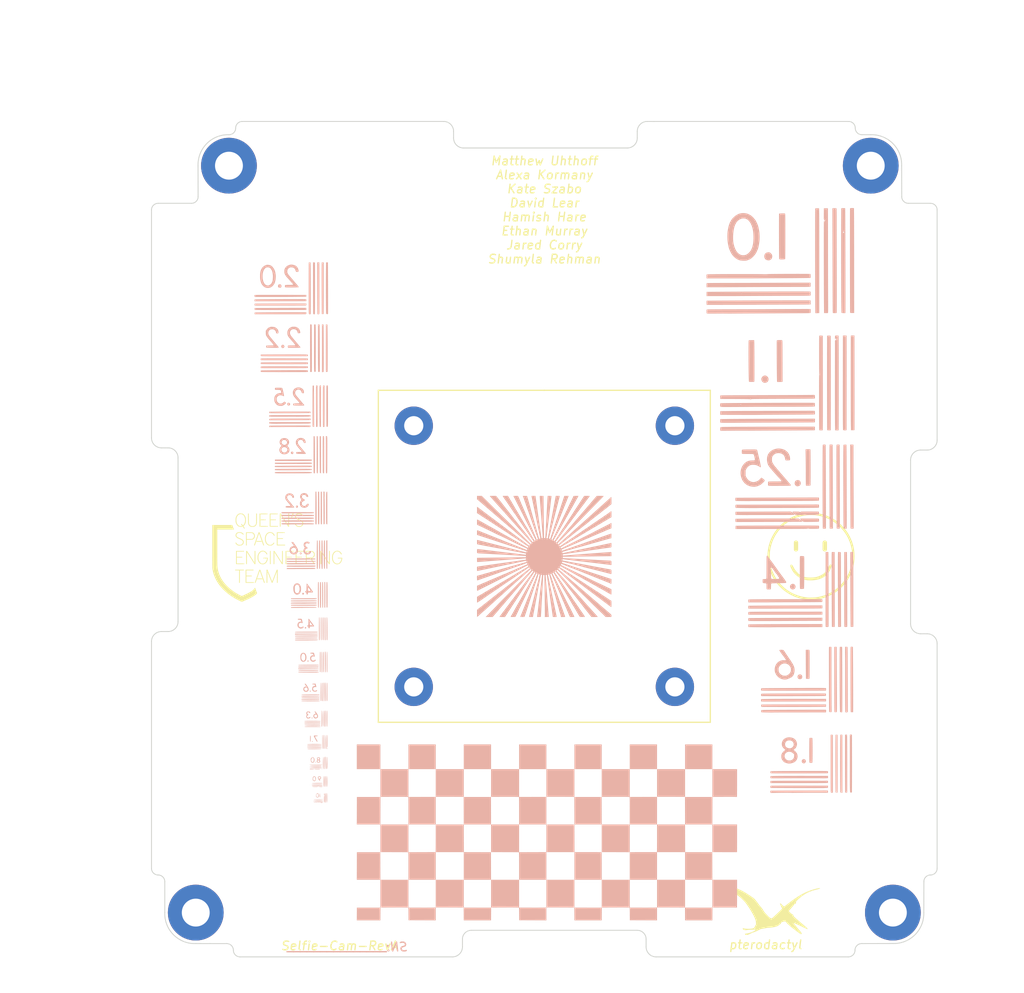
<source format=kicad_pcb>
(kicad_pcb (version 20211014) (generator pcbnew)
  (layers (0 "F.Cu" signal) (31 "B.Cu" signal) (34 "B.Paste" user) (35 "F.Paste" user) (36 "B.SilkS" user "B.Silkscreen") (37 "F.SilkS" user "F.Silkscreen") (38 "B.Mask" user) (39 "F.Mask" user) (44 "Edge.Cuts" user))
  (net 0 "")
  (footprint "MountingHole:MountingHole_3.2mm_M3_Pad_TopBottom" (layer "F.Cu") (at 191.77 52.07)
    (fp_text reference "H2")
    (fp_text value "MountingHole_Pad")
    (pad "1" connect circle locked (at 0 0) (size 6.4 6.4) (layers "B.Cu" "B.Mask"))
    (pad "1" connect circle locked (at 0 0) (size 6.4 6.4) (layers "F.Cu" "F.Mask"))
    (pad "1" thru_hole circle locked (at 0 0) (size 3.6 3.6) (drill 3.2) (layers *.Cu *.Mask))
  )
  (footprint "LOGO" (layer "F.Cu") (at 123.698 96.901)
    (fp_text reference "G***")
    (fp_text value "LOGO" hide)
  )
  (footprint "LOGO" (layer "F.Cu") (at 184.912 96.901)
    (fp_text reference "G***")
    (fp_text value "LOGO" hide)
  )
  (footprint "MountingHole:MountingHole_2.2mm_M2_Pad_TopBottom" (layer "F.Cu") (at 169.291 111.887)
    (fp_text reference "H8")
    (fp_text value "MountingHole_Pad")
    (pad "1" thru_hole circle (at 0 0) (size 2.6 2.6) (drill 2.2) (layers *.Cu *.Mask))
    (pad "1" connect circle (at 0 0) (size 4.4 4.4) (layers "F.Cu" "F.Mask"))
    (pad "1" connect circle (at 0 0) (size 4.4 4.4) (layers "B.Cu" "B.Mask"))
  )
  (footprint "LOGO" (layer "F.Cu") (at 179.959 137.414)
    (fp_text reference "G***")
    (fp_text value "LOGO" hide)
  )
  (footprint "MountingHole:MountingHole_3.2mm_M3_Pad_TopBottom" (layer "F.Cu") (at 118.11 52.07)
    (fp_text reference "H1")
    (fp_text value "MountingHole_Pad")
    (pad "1" thru_hole circle locked (at 0 0) (size 3.6 3.6) (drill 3.2) (layers *.Cu *.Mask))
    (pad "1" connect circle locked (at 0 0) (size 6.4 6.4) (layers "F.Cu" "F.Mask"))
    (pad "1" connect circle locked (at 0 0) (size 6.4 6.4) (layers "B.Cu" "B.Mask"))
  )
  (footprint "MountingHole:MountingHole_3.2mm_M3_Pad_TopBottom" (layer "F.Cu") (at 114.3 137.795)
    (fp_text reference "H4")
    (fp_text value "MountingHole_Pad")
    (pad "1" connect circle locked (at 0 0) (size 6.4 6.4) (layers "F.Cu" "F.Mask"))
    (pad "1" connect circle locked (at 0 0) (size 6.4 6.4) (layers "B.Cu" "B.Mask"))
    (pad "1" thru_hole circle locked (at 0 0) (size 3.6 3.6) (drill 3.2) (layers *.Cu *.Mask))
  )
  (footprint "MountingHole:MountingHole_2.2mm_M2_Pad_TopBottom" (layer "F.Cu") (at 139.319 111.887)
    (fp_text reference "H7")
    (fp_text value "MountingHole_Pad")
    (pad "1" connect circle (at 0 0) (size 4.4 4.4) (layers "F.Cu" "F.Mask"))
    (pad "1" connect circle (at 0 0) (size 4.4 4.4) (layers "B.Cu" "B.Mask"))
    (pad "1" thru_hole circle (at 0 0) (size 2.6 2.6) (drill 2.2) (layers *.Cu *.Mask))
  )
  (footprint "MountingHole:MountingHole_2.2mm_M2_Pad_TopBottom" (layer "F.Cu") (at 169.291 81.915)
    (fp_text reference "H6")
    (fp_text value "MountingHole_Pad")
    (pad "1" connect circle (at 0 0) (size 4.4 4.4) (layers "B.Cu" "B.Mask"))
    (pad "1" connect circle (at 0 0) (size 4.4 4.4) (layers "F.Cu" "F.Mask"))
    (pad "1" thru_hole circle (at 0 0) (size 2.6 2.6) (drill 2.2) (layers *.Cu *.Mask))
  )
  (footprint "MountingHole:MountingHole_2.2mm_M2_Pad_TopBottom" (layer "F.Cu") (at 139.319 81.915)
    (fp_text reference "H5")
    (fp_text value "MountingHole_Pad")
    (pad "1" thru_hole circle (at 0 0) (size 2.6 2.6) (drill 2.2) (layers *.Cu *.Mask))
    (pad "1" connect circle (at 0 0) (size 4.4 4.4) (layers "F.Cu" "F.Mask"))
    (pad "1" connect circle (at 0 0) (size 4.4 4.4) (layers "B.Cu" "B.Mask"))
  )
  (footprint "MountingHole:MountingHole_3.2mm_M3_Pad_TopBottom" (layer "F.Cu") (at 194.31 137.795)
    (fp_text reference "H3")
    (fp_text value "MountingHole_Pad")
    (pad "1" thru_hole circle locked (at 0 0) (size 3.6 3.6) (drill 3.2) (layers *.Cu *.Mask))
    (pad "1" connect circle locked (at 0 0) (size 6.4 6.4) (layers "B.Cu" "B.Mask"))
    (pad "1" connect circle locked (at 0 0) (size 6.4 6.4) (layers "F.Cu" "F.Mask"))
  )
  (footprint "LOGO" (layer "F.Cu") (at 154.305 96.901)
    (fp_text reference "G***")
    (fp_text value "LOGO" hide)
  )
  (gr_line (start 135.255 115.951) (end 173.355 115.951) (layer "F.SilkS") (width 0.15))
  (gr_line (start 135.255 77.851) (end 135.255 115.951) (layer "F.SilkS") (width 0.15))
  (gr_line (start 173.355 77.851) (end 154.305 77.851) (layer "F.SilkS") (width 0.15))
  (gr_line (start 154.305 77.851) (end 135.255 77.851) (layer "F.SilkS") (width 0.15))
  (gr_line (start 173.355 115.951) (end 173.355 77.851) (layer "F.SilkS") (width 0.15))
  (gr_line locked (start 165.989 140.843) (end 165.989 141.732) (layer "Edge.Cuts") (width 0.1))
  (gr_arc locked (start 197.866 134.239) (mid 198.089185 133.700185) (end 198.628 133.477) (layer "Edge.Cuts") (width 0.1))
  (gr_line locked (start 115.951 141.351) (end 114.808 141.351) (layer "Edge.Cuts") (width 0.1))
  (gr_arc locked (start 109.22 106.68) (mid 109.554788 105.871788) (end 110.363 105.537) (layer "Edge.Cuts") (width 0.1))
  (gr_line (start 163.83 50.038) (end 145.034 50.038) (layer "Edge.Cuts") (width 0.1))
  (gr_line locked (start 117.856 141.351) (end 115.951 141.351) (layer "Edge.Cuts") (width 0.1))
  (gr_arc locked (start 119.38 142.875) (mid 118.841185 142.651815) (end 118.618 142.113) (layer "Edge.Cuts") (width 0.1))
  (gr_line locked (start 199.39 83.566) (end 199.39 57.15) (layer "Edge.Cuts") (width 0.1))
  (gr_arc locked (start 117.856 141.351) (mid 118.394815 141.574185) (end 118.618 142.113) (layer "Edge.Cuts") (width 0.1))
  (gr_arc locked (start 109.982 133.477) (mid 109.443185 133.253815) (end 109.22 132.715) (layer "Edge.Cuts") (width 0.1))
  (gr_line locked (start 114.563162 52.079162) (end 114.572324 55.626) (layer "Edge.Cuts") (width 0.1))
  (gr_line (start 166.116 46.99) (end 166.878 46.99) (layer "Edge.Cuts") (width 0.1))
  (gr_line (start 143.891 48.895) (end 143.891 48.133) (layer "Edge.Cuts") (width 0.1))
  (gr_arc (start 164.973 48.133) (mid 165.307777 47.324777) (end 166.116 46.99) (layer "Edge.Cuts") (width 0.1))
  (gr_line locked (start 190.754 48.514) (end 191.760838 48.514) (layer "Edge.Cuts") (width 0.1))
  (gr_arc locked (start 109.982 133.477) (mid 110.520815 133.700185) (end 110.744 134.239) (layer "Edge.Cuts") (width 0.1))
  (gr_arc locked (start 111.125 84.455) (mid 111.933223 84.789777) (end 112.268 85.598) (layer "Edge.Cuts") (width 0.1))
  (gr_line locked (start 144.907 140.843) (end 144.907 141.732) (layer "Edge.Cuts") (width 0.1))
  (gr_line locked (start 110.744 134.239) (end 110.744 137.795) (layer "Edge.Cuts") (width 0.1))
  (gr_arc locked (start 189.23 46.99) (mid 189.768815 47.213185) (end 189.992 47.752) (layer "Edge.Cuts") (width 0.1))
  (gr_arc locked (start 189.961185 142.113) (mid 190.195336 141.563183) (end 190.754 141.351) (layer "Edge.Cuts") (width 0.1))
  (gr_arc locked (start 190.754 48.514) (mid 190.215185 48.290815) (end 189.992 47.752) (layer "Edge.Cuts") (width 0.1))
  (gr_arc locked (start 199.39 83.566) (mid 199.055223 84.374223) (end 198.247 84.709) (layer "Edge.Cuts") (width 0.1))
  (gr_arc locked (start 198.628 56.388) (mid 199.166815 56.611185) (end 199.39 57.15) (layer "Edge.Cuts") (width 0.1))
  (gr_arc locked (start 114.563162 52.079162) (mid 115.569375 49.526778) (end 118.119162 48.514) (layer "Edge.Cuts") (width 0.1))
  (gr_arc locked (start 196.088 56.388) (mid 195.549185 56.164815) (end 195.326 55.626) (layer "Edge.Cuts") (width 0.1))
  (gr_line locked (start 196.088 56.388) (end 198.628 56.388) (layer "Edge.Cuts") (width 0.1))
  (gr_line locked (start 109.982 56.388) (end 113.810324 56.388) (layer "Edge.Cuts") (width 0.1))
  (gr_line locked (start 109.22 106.68) (end 109.22 132.715) (layer "Edge.Cuts") (width 0.1))
  (gr_line locked (start 190.754 141.351) (end 194.300839 141.341838) (layer "Edge.Cuts") (width 0.1))
  (gr_arc locked (start 197.856839 137.785838) (mid 196.850001 140.335) (end 194.300839 141.341838) (layer "Edge.Cuts") (width 0.1))
  (gr_arc locked (start 196.342 85.852) (mid 196.676777 85.043777) (end 197.485 84.709) (layer "Edge.Cuts") (width 0.1))
  (gr_arc locked (start 118.881162 47.752) (mid 119.104347 47.213185) (end 119.643162 46.99) (layer "Edge.Cuts") (width 0.1))
  (gr_line locked (start 166.878 46.99) (end 189.23 46.99) (layer "Edge.Cuts") (width 0.1))
  (gr_arc locked (start 114.3 141.351) (mid 111.750838 140.344161) (end 110.744 137.795) (layer "Edge.Cuts") (width 0.1))
  (gr_line (start 142.748 46.99) (end 119.643162 46.99) (layer "Edge.Cuts") (width 0.1))
  (gr_arc locked (start 167.132 142.875) (mid 166.323777 142.540223) (end 165.989 141.732) (layer "Edge.Cuts") (width 0.1))
  (gr_arc locked (start 197.485 105.791) (mid 196.676777 105.456223) (end 196.342 104.648) (layer "Edge.Cuts") (width 0.1))
  (gr_line locked (start 167.132 142.875) (end 189.199185 142.875) (layer "Edge.Cuts") (width 0.1))
  (gr_line locked (start 196.342 104.648) (end 196.342 85.852) (layer "Edge.Cuts") (width 0.1))
  (gr_line locked (start 199.39 132.715) (end 199.39 106.934) (layer "Edge.Cuts") (width 0.1))
  (gr_arc (start 142.748 46.99) (mid 143.556223 47.324777) (end 143.891 48.133) (layer "Edge.Cuts") (width 0.1))
  (gr_line locked (start 119.38 142.875) (end 143.764 142.875) (layer "Edge.Cuts") (width 0.1))
  (gr_arc (start 164.973 48.895) (mid 164.638223 49.703223) (end 163.83 50.038) (layer "Edge.Cuts") (width 0.1))
  (gr_line locked (start 110.363 84.455) (end 111.125 84.455) (layer "Edge.Cuts") (width 0.1))
  (gr_arc (start 145.034 50.038) (mid 144.225777 49.703223) (end 143.891 48.895) (layer "Edge.Cuts") (width 0.1))
  (gr_arc locked (start 109.22 57.15) (mid 109.443185 56.611185) (end 109.982 56.388) (layer "Edge.Cuts") (width 0.1))
  (gr_line locked (start 197.485 105.791) (end 198.247 105.791) (layer "Edge.Cuts") (width 0.1))
  (gr_arc locked (start 199.39 132.715) (mid 199.166815 133.253815) (end 198.628 133.477) (layer "Edge.Cuts") (width 0.1))
  (gr_line locked (start 145.923 139.827) (end 164.973 139.827) (layer "Edge.Cuts") (width 0.1))
  (gr_arc locked (start 144.907 140.843) (mid 145.20458 140.12458) (end 145.923 139.827) (layer "Edge.Cuts") (width 0.1))
  (gr_line (start 164.973 48.895) (end 164.973 48.133) (layer "Edge.Cuts") (width 0.1))
  (gr_arc locked (start 164.973 139.827) (mid 165.69142 140.12458) (end 165.989 140.843) (layer "Edge.Cuts") (width 0.1))
  (gr_arc locked (start 144.907 141.732) (mid 144.572223 142.540223) (end 143.764 142.875) (layer "Edge.Cuts") (width 0.1))
  (gr_arc locked (start 198.247 105.791) (mid 199.055223 106.125777) (end 199.39 106.934) (layer "Edge.Cuts") (width 0.1))
  (gr_arc locked (start 118.881162 47.752) (mid 118.657977 48.290815) (end 118.119162 48.514) (layer "Edge.Cuts") (width 0.1))
  (gr_line locked (start 197.485 84.709) (end 198.247 84.709) (layer "Edge.Cuts") (width 0.1))
  (gr_line locked (start 112.268 85.598) (end 112.268 104.394) (layer "Edge.Cuts") (width 0.1))
  (gr_arc locked (start 112.268 104.394) (mid 111.933215 105.202208) (end 111.125 105.537) (layer "Edge.Cuts") (width 0.1))
  (gr_arc locked (start 114.572324 55.626) (mid 114.349139 56.164815) (end 113.810324 56.388) (layer "Edge.Cuts") (width 0.1))
  (gr_line locked (start 109.22 57.15) (end 109.22 83.312) (layer "Edge.Cuts") (width 0.1))
  (gr_line locked (start 197.856839 137.785838) (end 197.866 134.239) (layer "Edge.Cuts") (width 0.1))
  (gr_line locked (start 114.808 141.351) (end 114.3 141.351) (layer "Edge.Cuts") (width 0.1))
  (gr_line locked (start 110.363 105.537) (end 111.125 105.537) (layer "Edge.Cuts") (width 0.1))
  (gr_arc locked (start 191.760838 48.514) (mid 194.310625 49.526777) (end 195.316838 52.079162) (layer "Edge.Cuts") (width 0.1))
  (gr_arc locked (start 110.363 84.455) (mid 109.554777 84.120223) (end 109.22 83.312) (layer "Edge.Cuts") (width 0.1))
  (gr_arc locked (start 189.961185 142.113) (mid 189.738 142.651815) (end 189.199185 142.875) (layer "Edge.Cuts") (width 0.1))
  (gr_line locked (start 195.316838 52.079162) (end 195.326 55.626) (layer "Edge.Cuts") (width 0.1))
  (gr_text "SN:_______________" (at 131.699 141.732) (layer "B.SilkS") (effects (font (size 1 1) (thickness 0.15) italic) (justify mirror)))
  (gr_text "Selfie-Cam-RevA" (at 130.81 141.605) (layer "F.SilkS") (effects (font (size 1 1) (thickness 0.15) italic)))
  (gr_text "Matthew Uhthoff\nAlexa Kormany\nKate Szabo\nDavid Lear\nHamish Hare\nEthan Murray\nJared Corry\nShumyla Rehman" (at 154.305 57.15) (layer "F.SilkS") (effects (font (size 1 1) (thickness 0.15) italic)))
  (gr_text "pterodactyl" (at 179.705 141.478) (layer "F.SilkS") (effects (font (size 1 1) (thickness 0.15) italic)))
)
</source>
